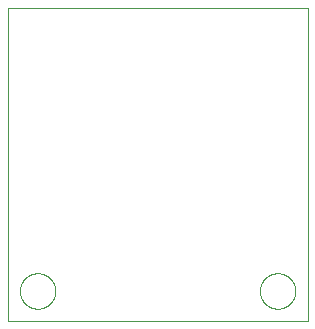
<source format=gbr>
G04 EAGLE Gerber RS-274X export*
G75*
%MOMM*%
%FSLAX34Y34*%
%LPD*%
%AMOC8*
5,1,8,0,0,1.08239X$1,22.5*%
G01*
%ADD10C,0.025400*%
%ADD11C,0.000000*%


D10*
X0Y0D02*
X254000Y0D01*
X254000Y265000D01*
X0Y265000D01*
X0Y0D01*
D11*
X10400Y25400D02*
X10405Y25768D01*
X10418Y26136D01*
X10441Y26503D01*
X10472Y26870D01*
X10513Y27236D01*
X10562Y27601D01*
X10621Y27964D01*
X10688Y28326D01*
X10764Y28687D01*
X10850Y29045D01*
X10943Y29401D01*
X11046Y29754D01*
X11157Y30105D01*
X11277Y30453D01*
X11405Y30798D01*
X11542Y31140D01*
X11687Y31479D01*
X11840Y31813D01*
X12002Y32144D01*
X12171Y32471D01*
X12349Y32793D01*
X12534Y33112D01*
X12727Y33425D01*
X12928Y33734D01*
X13136Y34037D01*
X13352Y34335D01*
X13575Y34628D01*
X13805Y34916D01*
X14042Y35198D01*
X14286Y35473D01*
X14536Y35743D01*
X14793Y36007D01*
X15057Y36264D01*
X15327Y36514D01*
X15602Y36758D01*
X15884Y36995D01*
X16172Y37225D01*
X16465Y37448D01*
X16763Y37664D01*
X17066Y37872D01*
X17375Y38073D01*
X17688Y38266D01*
X18007Y38451D01*
X18329Y38629D01*
X18656Y38798D01*
X18987Y38960D01*
X19321Y39113D01*
X19660Y39258D01*
X20002Y39395D01*
X20347Y39523D01*
X20695Y39643D01*
X21046Y39754D01*
X21399Y39857D01*
X21755Y39950D01*
X22113Y40036D01*
X22474Y40112D01*
X22836Y40179D01*
X23199Y40238D01*
X23564Y40287D01*
X23930Y40328D01*
X24297Y40359D01*
X24664Y40382D01*
X25032Y40395D01*
X25400Y40400D01*
X25768Y40395D01*
X26136Y40382D01*
X26503Y40359D01*
X26870Y40328D01*
X27236Y40287D01*
X27601Y40238D01*
X27964Y40179D01*
X28326Y40112D01*
X28687Y40036D01*
X29045Y39950D01*
X29401Y39857D01*
X29754Y39754D01*
X30105Y39643D01*
X30453Y39523D01*
X30798Y39395D01*
X31140Y39258D01*
X31479Y39113D01*
X31813Y38960D01*
X32144Y38798D01*
X32471Y38629D01*
X32793Y38451D01*
X33112Y38266D01*
X33425Y38073D01*
X33734Y37872D01*
X34037Y37664D01*
X34335Y37448D01*
X34628Y37225D01*
X34916Y36995D01*
X35198Y36758D01*
X35473Y36514D01*
X35743Y36264D01*
X36007Y36007D01*
X36264Y35743D01*
X36514Y35473D01*
X36758Y35198D01*
X36995Y34916D01*
X37225Y34628D01*
X37448Y34335D01*
X37664Y34037D01*
X37872Y33734D01*
X38073Y33425D01*
X38266Y33112D01*
X38451Y32793D01*
X38629Y32471D01*
X38798Y32144D01*
X38960Y31813D01*
X39113Y31479D01*
X39258Y31140D01*
X39395Y30798D01*
X39523Y30453D01*
X39643Y30105D01*
X39754Y29754D01*
X39857Y29401D01*
X39950Y29045D01*
X40036Y28687D01*
X40112Y28326D01*
X40179Y27964D01*
X40238Y27601D01*
X40287Y27236D01*
X40328Y26870D01*
X40359Y26503D01*
X40382Y26136D01*
X40395Y25768D01*
X40400Y25400D01*
X40395Y25032D01*
X40382Y24664D01*
X40359Y24297D01*
X40328Y23930D01*
X40287Y23564D01*
X40238Y23199D01*
X40179Y22836D01*
X40112Y22474D01*
X40036Y22113D01*
X39950Y21755D01*
X39857Y21399D01*
X39754Y21046D01*
X39643Y20695D01*
X39523Y20347D01*
X39395Y20002D01*
X39258Y19660D01*
X39113Y19321D01*
X38960Y18987D01*
X38798Y18656D01*
X38629Y18329D01*
X38451Y18007D01*
X38266Y17688D01*
X38073Y17375D01*
X37872Y17066D01*
X37664Y16763D01*
X37448Y16465D01*
X37225Y16172D01*
X36995Y15884D01*
X36758Y15602D01*
X36514Y15327D01*
X36264Y15057D01*
X36007Y14793D01*
X35743Y14536D01*
X35473Y14286D01*
X35198Y14042D01*
X34916Y13805D01*
X34628Y13575D01*
X34335Y13352D01*
X34037Y13136D01*
X33734Y12928D01*
X33425Y12727D01*
X33112Y12534D01*
X32793Y12349D01*
X32471Y12171D01*
X32144Y12002D01*
X31813Y11840D01*
X31479Y11687D01*
X31140Y11542D01*
X30798Y11405D01*
X30453Y11277D01*
X30105Y11157D01*
X29754Y11046D01*
X29401Y10943D01*
X29045Y10850D01*
X28687Y10764D01*
X28326Y10688D01*
X27964Y10621D01*
X27601Y10562D01*
X27236Y10513D01*
X26870Y10472D01*
X26503Y10441D01*
X26136Y10418D01*
X25768Y10405D01*
X25400Y10400D01*
X25032Y10405D01*
X24664Y10418D01*
X24297Y10441D01*
X23930Y10472D01*
X23564Y10513D01*
X23199Y10562D01*
X22836Y10621D01*
X22474Y10688D01*
X22113Y10764D01*
X21755Y10850D01*
X21399Y10943D01*
X21046Y11046D01*
X20695Y11157D01*
X20347Y11277D01*
X20002Y11405D01*
X19660Y11542D01*
X19321Y11687D01*
X18987Y11840D01*
X18656Y12002D01*
X18329Y12171D01*
X18007Y12349D01*
X17688Y12534D01*
X17375Y12727D01*
X17066Y12928D01*
X16763Y13136D01*
X16465Y13352D01*
X16172Y13575D01*
X15884Y13805D01*
X15602Y14042D01*
X15327Y14286D01*
X15057Y14536D01*
X14793Y14793D01*
X14536Y15057D01*
X14286Y15327D01*
X14042Y15602D01*
X13805Y15884D01*
X13575Y16172D01*
X13352Y16465D01*
X13136Y16763D01*
X12928Y17066D01*
X12727Y17375D01*
X12534Y17688D01*
X12349Y18007D01*
X12171Y18329D01*
X12002Y18656D01*
X11840Y18987D01*
X11687Y19321D01*
X11542Y19660D01*
X11405Y20002D01*
X11277Y20347D01*
X11157Y20695D01*
X11046Y21046D01*
X10943Y21399D01*
X10850Y21755D01*
X10764Y22113D01*
X10688Y22474D01*
X10621Y22836D01*
X10562Y23199D01*
X10513Y23564D01*
X10472Y23930D01*
X10441Y24297D01*
X10418Y24664D01*
X10405Y25032D01*
X10400Y25400D01*
X213600Y25400D02*
X213605Y25768D01*
X213618Y26136D01*
X213641Y26503D01*
X213672Y26870D01*
X213713Y27236D01*
X213762Y27601D01*
X213821Y27964D01*
X213888Y28326D01*
X213964Y28687D01*
X214050Y29045D01*
X214143Y29401D01*
X214246Y29754D01*
X214357Y30105D01*
X214477Y30453D01*
X214605Y30798D01*
X214742Y31140D01*
X214887Y31479D01*
X215040Y31813D01*
X215202Y32144D01*
X215371Y32471D01*
X215549Y32793D01*
X215734Y33112D01*
X215927Y33425D01*
X216128Y33734D01*
X216336Y34037D01*
X216552Y34335D01*
X216775Y34628D01*
X217005Y34916D01*
X217242Y35198D01*
X217486Y35473D01*
X217736Y35743D01*
X217993Y36007D01*
X218257Y36264D01*
X218527Y36514D01*
X218802Y36758D01*
X219084Y36995D01*
X219372Y37225D01*
X219665Y37448D01*
X219963Y37664D01*
X220266Y37872D01*
X220575Y38073D01*
X220888Y38266D01*
X221207Y38451D01*
X221529Y38629D01*
X221856Y38798D01*
X222187Y38960D01*
X222521Y39113D01*
X222860Y39258D01*
X223202Y39395D01*
X223547Y39523D01*
X223895Y39643D01*
X224246Y39754D01*
X224599Y39857D01*
X224955Y39950D01*
X225313Y40036D01*
X225674Y40112D01*
X226036Y40179D01*
X226399Y40238D01*
X226764Y40287D01*
X227130Y40328D01*
X227497Y40359D01*
X227864Y40382D01*
X228232Y40395D01*
X228600Y40400D01*
X228968Y40395D01*
X229336Y40382D01*
X229703Y40359D01*
X230070Y40328D01*
X230436Y40287D01*
X230801Y40238D01*
X231164Y40179D01*
X231526Y40112D01*
X231887Y40036D01*
X232245Y39950D01*
X232601Y39857D01*
X232954Y39754D01*
X233305Y39643D01*
X233653Y39523D01*
X233998Y39395D01*
X234340Y39258D01*
X234679Y39113D01*
X235013Y38960D01*
X235344Y38798D01*
X235671Y38629D01*
X235993Y38451D01*
X236312Y38266D01*
X236625Y38073D01*
X236934Y37872D01*
X237237Y37664D01*
X237535Y37448D01*
X237828Y37225D01*
X238116Y36995D01*
X238398Y36758D01*
X238673Y36514D01*
X238943Y36264D01*
X239207Y36007D01*
X239464Y35743D01*
X239714Y35473D01*
X239958Y35198D01*
X240195Y34916D01*
X240425Y34628D01*
X240648Y34335D01*
X240864Y34037D01*
X241072Y33734D01*
X241273Y33425D01*
X241466Y33112D01*
X241651Y32793D01*
X241829Y32471D01*
X241998Y32144D01*
X242160Y31813D01*
X242313Y31479D01*
X242458Y31140D01*
X242595Y30798D01*
X242723Y30453D01*
X242843Y30105D01*
X242954Y29754D01*
X243057Y29401D01*
X243150Y29045D01*
X243236Y28687D01*
X243312Y28326D01*
X243379Y27964D01*
X243438Y27601D01*
X243487Y27236D01*
X243528Y26870D01*
X243559Y26503D01*
X243582Y26136D01*
X243595Y25768D01*
X243600Y25400D01*
X243595Y25032D01*
X243582Y24664D01*
X243559Y24297D01*
X243528Y23930D01*
X243487Y23564D01*
X243438Y23199D01*
X243379Y22836D01*
X243312Y22474D01*
X243236Y22113D01*
X243150Y21755D01*
X243057Y21399D01*
X242954Y21046D01*
X242843Y20695D01*
X242723Y20347D01*
X242595Y20002D01*
X242458Y19660D01*
X242313Y19321D01*
X242160Y18987D01*
X241998Y18656D01*
X241829Y18329D01*
X241651Y18007D01*
X241466Y17688D01*
X241273Y17375D01*
X241072Y17066D01*
X240864Y16763D01*
X240648Y16465D01*
X240425Y16172D01*
X240195Y15884D01*
X239958Y15602D01*
X239714Y15327D01*
X239464Y15057D01*
X239207Y14793D01*
X238943Y14536D01*
X238673Y14286D01*
X238398Y14042D01*
X238116Y13805D01*
X237828Y13575D01*
X237535Y13352D01*
X237237Y13136D01*
X236934Y12928D01*
X236625Y12727D01*
X236312Y12534D01*
X235993Y12349D01*
X235671Y12171D01*
X235344Y12002D01*
X235013Y11840D01*
X234679Y11687D01*
X234340Y11542D01*
X233998Y11405D01*
X233653Y11277D01*
X233305Y11157D01*
X232954Y11046D01*
X232601Y10943D01*
X232245Y10850D01*
X231887Y10764D01*
X231526Y10688D01*
X231164Y10621D01*
X230801Y10562D01*
X230436Y10513D01*
X230070Y10472D01*
X229703Y10441D01*
X229336Y10418D01*
X228968Y10405D01*
X228600Y10400D01*
X228232Y10405D01*
X227864Y10418D01*
X227497Y10441D01*
X227130Y10472D01*
X226764Y10513D01*
X226399Y10562D01*
X226036Y10621D01*
X225674Y10688D01*
X225313Y10764D01*
X224955Y10850D01*
X224599Y10943D01*
X224246Y11046D01*
X223895Y11157D01*
X223547Y11277D01*
X223202Y11405D01*
X222860Y11542D01*
X222521Y11687D01*
X222187Y11840D01*
X221856Y12002D01*
X221529Y12171D01*
X221207Y12349D01*
X220888Y12534D01*
X220575Y12727D01*
X220266Y12928D01*
X219963Y13136D01*
X219665Y13352D01*
X219372Y13575D01*
X219084Y13805D01*
X218802Y14042D01*
X218527Y14286D01*
X218257Y14536D01*
X217993Y14793D01*
X217736Y15057D01*
X217486Y15327D01*
X217242Y15602D01*
X217005Y15884D01*
X216775Y16172D01*
X216552Y16465D01*
X216336Y16763D01*
X216128Y17066D01*
X215927Y17375D01*
X215734Y17688D01*
X215549Y18007D01*
X215371Y18329D01*
X215202Y18656D01*
X215040Y18987D01*
X214887Y19321D01*
X214742Y19660D01*
X214605Y20002D01*
X214477Y20347D01*
X214357Y20695D01*
X214246Y21046D01*
X214143Y21399D01*
X214050Y21755D01*
X213964Y22113D01*
X213888Y22474D01*
X213821Y22836D01*
X213762Y23199D01*
X213713Y23564D01*
X213672Y23930D01*
X213641Y24297D01*
X213618Y24664D01*
X213605Y25032D01*
X213600Y25400D01*
M02*

</source>
